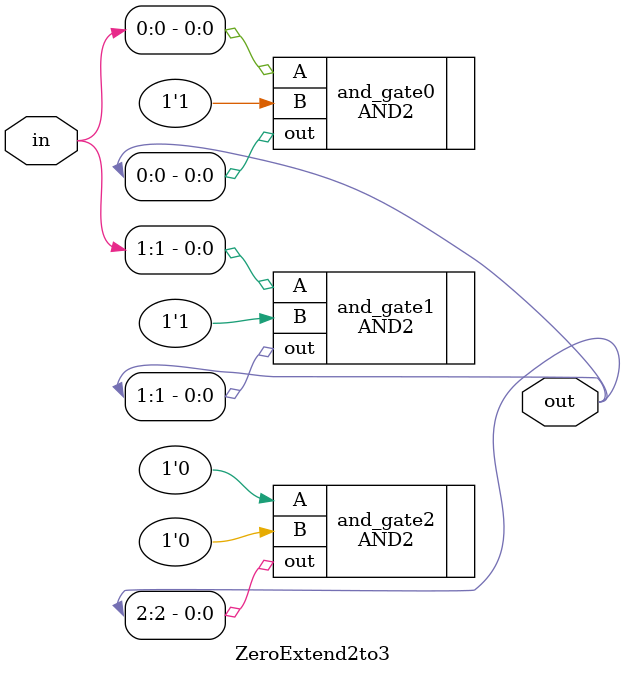
<source format=v>
module ZeroExtend2to3(
    input wire [1:0] in,
    output wire [2:0] out
);

    AND2 and_gate0(.out(out[0]), .A(in[0]), .B(1'b1)); 
    AND2 and_gate1(.out(out[1]), .A(in[1]), .B(1'b1)); 

    AND2 and_gate2(.out(out[2]), .A(1'b0), .B(1'b0)); 
endmodule
</source>
